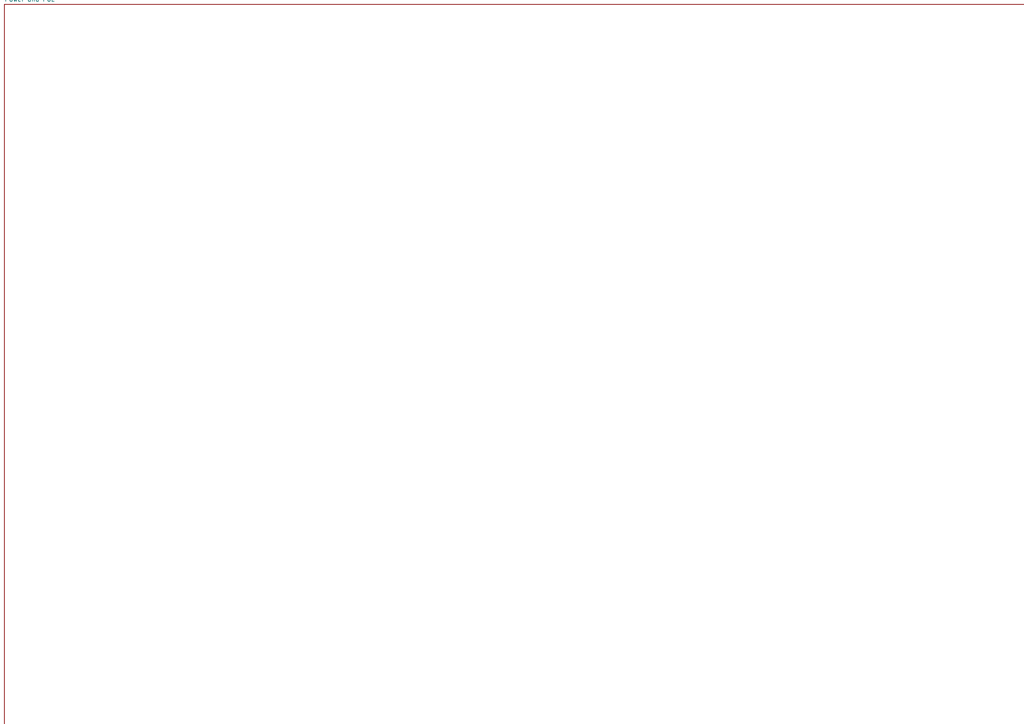
<source format=kicad_sch>
(kicad_sch
	(version 20231120)
	(generator "eeschema")
	(generator_version "8.0")
	(uuid "f69916e1-cef0-4187-8742-77a6ac2806cf")
	(paper "A4")
	(lib_symbols)
	(sheet
		(at 1.27 1.27)
		(size 297.18 212.09)
		(fields_autoplaced yes)
		(stroke
			(width 0.1524)
			(type solid)
		)
		(fill
			(color 0 0 0 0.0000)
		)
		(uuid "8a39fa2e-8038-496f-aab9-7618a98c5cff")
		(property "Sheetname" "Power and PoE"
			(at 1.27 0.5584 0)
			(effects
				(font
					(size 1.27 1.27)
				)
				(justify left bottom)
			)
		)
		(property "Sheetfile" "Power and PoE.kicad_sch"
			(at 1.27 213.9446 0)
			(effects
				(font
					(size 1.27 1.27)
				)
				(justify left top)
			)
		)
		(instances
			(project "PoE-IP-Camera"
				(path "/f69916e1-cef0-4187-8742-77a6ac2806cf"
					(page "2")
				)
			)
		)
	)
	(sheet
		(at 367.03 0)
		(size 327.66 218.44)
		(fields_autoplaced yes)
		(stroke
			(width 0.1524)
			(type solid)
		)
		(fill
			(color 0 0 0 0.0000)
		)
		(uuid "957b6d2d-164a-4617-8d97-c44905bc0a53")
		(property "Sheetname" "stm32 + eth controller"
			(at 367.03 -0.7116 0)
			(effects
				(font
					(size 1.27 1.27)
				)
				(justify left bottom)
			)
		)
		(property "Sheetfile" "stm32 + eth controller.kicad_sch"
			(at 367.03 219.0246 0)
			(effects
				(font
					(size 1.27 1.27)
				)
				(justify left top)
			)
		)
		(instances
			(project "PoE-IP-Camera"
				(path "/f69916e1-cef0-4187-8742-77a6ac2806cf"
					(page "3")
				)
			)
		)
	)
	(sheet_instances
		(path "/"
			(page "1")
		)
	)
)

</source>
